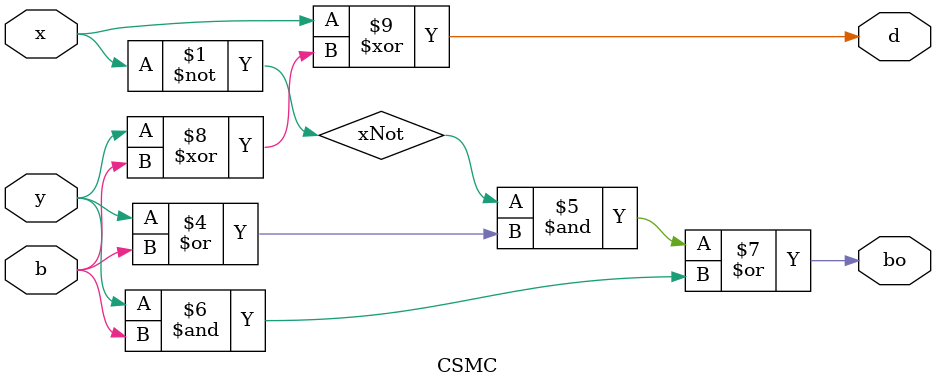
<source format=v>
module CSMC (
          x,
          y,
          b,
          bo,
          d
  );
  // u = 0

  input x, y, b;
  output bo, d;

  wire xNot, yNot, bNot;

  assign xNot = ~x;
  assign yNot = ~y;
  assign bNot = ~b;

  assign bo = (xNot & (y | b)) | (y & b);
  assign d = x ^ (y ^ b);

endmodule

</source>
